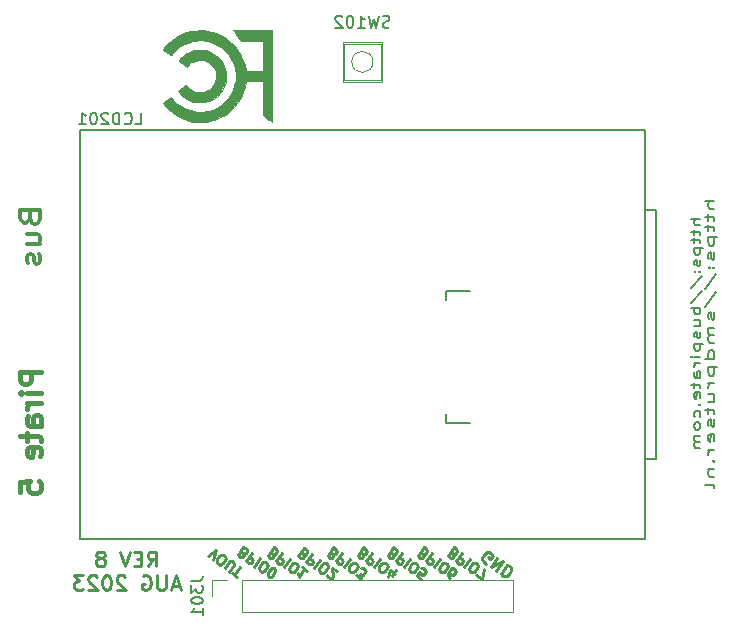
<source format=gbo>
G04 #@! TF.GenerationSoftware,KiCad,Pcbnew,(5.1.10)-1*
G04 #@! TF.CreationDate,2023-09-12T17:10:13+08:00*
G04 #@! TF.ProjectId,BusPirate-5-rev8,42757350-6972-4617-9465-2d352d726576,rev?*
G04 #@! TF.SameCoordinates,Original*
G04 #@! TF.FileFunction,Legend,Bot*
G04 #@! TF.FilePolarity,Positive*
%FSLAX46Y46*%
G04 Gerber Fmt 4.6, Leading zero omitted, Abs format (unit mm)*
G04 Created by KiCad (PCBNEW (5.1.10)-1) date 2023-09-12 17:10:13*
%MOMM*%
%LPD*%
G01*
G04 APERTURE LIST*
%ADD10C,0.400000*%
%ADD11C,0.212500*%
%ADD12C,0.250000*%
%ADD13C,0.187500*%
%ADD14C,0.375000*%
%ADD15C,0.010000*%
%ADD16C,0.120000*%
%ADD17C,0.085000*%
%ADD18C,0.203200*%
%ADD19C,0.150000*%
G04 APERTURE END LIST*
D10*
X102691666Y-93250000D02*
X100941666Y-93250000D01*
X100941666Y-93935714D01*
X101025000Y-94107142D01*
X101108333Y-94192857D01*
X101275000Y-94278571D01*
X101525000Y-94278571D01*
X101691666Y-94192857D01*
X101775000Y-94107142D01*
X101858333Y-93935714D01*
X101858333Y-93250000D01*
X102691666Y-95050000D02*
X101525000Y-95050000D01*
X100941666Y-95050000D02*
X101025000Y-94964285D01*
X101108333Y-95050000D01*
X101025000Y-95135714D01*
X100941666Y-95050000D01*
X101108333Y-95050000D01*
X102691666Y-95907142D02*
X101525000Y-95907142D01*
X101858333Y-95907142D02*
X101691666Y-95992857D01*
X101608333Y-96078571D01*
X101525000Y-96250000D01*
X101525000Y-96421428D01*
X102691666Y-97792857D02*
X101775000Y-97792857D01*
X101608333Y-97707142D01*
X101525000Y-97535714D01*
X101525000Y-97192857D01*
X101608333Y-97021428D01*
X102608333Y-97792857D02*
X102691666Y-97621428D01*
X102691666Y-97192857D01*
X102608333Y-97021428D01*
X102441666Y-96935714D01*
X102275000Y-96935714D01*
X102108333Y-97021428D01*
X102025000Y-97192857D01*
X102025000Y-97621428D01*
X101941666Y-97792857D01*
X101525000Y-98392857D02*
X101525000Y-99078571D01*
X100941666Y-98650000D02*
X102441666Y-98650000D01*
X102608333Y-98735714D01*
X102691666Y-98907142D01*
X102691666Y-99078571D01*
X102608333Y-100364285D02*
X102691666Y-100192857D01*
X102691666Y-99850000D01*
X102608333Y-99678571D01*
X102441666Y-99592857D01*
X101775000Y-99592857D01*
X101608333Y-99678571D01*
X101525000Y-99850000D01*
X101525000Y-100192857D01*
X101608333Y-100364285D01*
X101775000Y-100450000D01*
X101941666Y-100450000D01*
X102108333Y-99592857D01*
X100941666Y-103450000D02*
X100941666Y-102592857D01*
X101775000Y-102507142D01*
X101691666Y-102592857D01*
X101608333Y-102764285D01*
X101608333Y-103192857D01*
X101691666Y-103364285D01*
X101775000Y-103450000D01*
X101941666Y-103535714D01*
X102358333Y-103535714D01*
X102525000Y-103450000D01*
X102608333Y-103364285D01*
X102691666Y-103192857D01*
X102691666Y-102764285D01*
X102608333Y-102592857D01*
X102525000Y-102507142D01*
D11*
X135054710Y-108637167D02*
X135177394Y-108673660D01*
X135233767Y-108663720D01*
X135313355Y-108620623D01*
X135383004Y-108521155D01*
X135396280Y-108431626D01*
X135386340Y-108375254D01*
X135343244Y-108295666D01*
X135077995Y-108109936D01*
X134590455Y-108806215D01*
X134822548Y-108968729D01*
X134912076Y-108982005D01*
X134968449Y-108972065D01*
X135048037Y-108928969D01*
X135094470Y-108862656D01*
X135107746Y-108773128D01*
X135097806Y-108716756D01*
X135054710Y-108637167D01*
X134822617Y-108474654D01*
X135774274Y-108597476D02*
X135286734Y-109293755D01*
X135551983Y-109479485D01*
X135641512Y-109492761D01*
X135697884Y-109482821D01*
X135777473Y-109439725D01*
X135847121Y-109340256D01*
X135860397Y-109250728D01*
X135850458Y-109194356D01*
X135807361Y-109114767D01*
X135542112Y-108929038D01*
X136470553Y-109085016D02*
X135983013Y-109781295D01*
X136447199Y-110106322D02*
X136579824Y-110199187D01*
X136669353Y-110212463D01*
X136782097Y-110192583D01*
X136908118Y-110083175D01*
X137070632Y-109851081D01*
X137130340Y-109695241D01*
X137110460Y-109582496D01*
X137067364Y-109502907D01*
X136934739Y-109410043D01*
X136845211Y-109396766D01*
X136732466Y-109416646D01*
X136606445Y-109526055D01*
X136443932Y-109758148D01*
X136384223Y-109913989D01*
X136404103Y-110026733D01*
X136447199Y-110106322D01*
X137342416Y-110733159D02*
X137209791Y-110640294D01*
X137166695Y-110560706D01*
X137156755Y-110504333D01*
X137160091Y-110358433D01*
X137219800Y-110202592D01*
X137405529Y-109937343D01*
X137485118Y-109894246D01*
X137541490Y-109884306D01*
X137631019Y-109897583D01*
X137763643Y-109990447D01*
X137806739Y-110070036D01*
X137816679Y-110126408D01*
X137803403Y-110215937D01*
X137687322Y-110381718D01*
X137607734Y-110424814D01*
X137551361Y-110434754D01*
X137461833Y-110421477D01*
X137329208Y-110328613D01*
X137286112Y-110249024D01*
X137276172Y-110192652D01*
X137289448Y-110103123D01*
D12*
X111735714Y-109715476D02*
X112152380Y-109120238D01*
X112450000Y-109715476D02*
X112450000Y-108465476D01*
X111973809Y-108465476D01*
X111854761Y-108525000D01*
X111795238Y-108584523D01*
X111735714Y-108703571D01*
X111735714Y-108882142D01*
X111795238Y-109001190D01*
X111854761Y-109060714D01*
X111973809Y-109120238D01*
X112450000Y-109120238D01*
X111200000Y-109060714D02*
X110783333Y-109060714D01*
X110604761Y-109715476D02*
X111200000Y-109715476D01*
X111200000Y-108465476D01*
X110604761Y-108465476D01*
X110247619Y-108465476D02*
X109830952Y-109715476D01*
X109414285Y-108465476D01*
X107866666Y-109001190D02*
X107985714Y-108941666D01*
X108045238Y-108882142D01*
X108104761Y-108763095D01*
X108104761Y-108703571D01*
X108045238Y-108584523D01*
X107985714Y-108525000D01*
X107866666Y-108465476D01*
X107628571Y-108465476D01*
X107509523Y-108525000D01*
X107450000Y-108584523D01*
X107390476Y-108703571D01*
X107390476Y-108763095D01*
X107450000Y-108882142D01*
X107509523Y-108941666D01*
X107628571Y-109001190D01*
X107866666Y-109001190D01*
X107985714Y-109060714D01*
X108045238Y-109120238D01*
X108104761Y-109239285D01*
X108104761Y-109477380D01*
X108045238Y-109596428D01*
X107985714Y-109655952D01*
X107866666Y-109715476D01*
X107628571Y-109715476D01*
X107509523Y-109655952D01*
X107450000Y-109596428D01*
X107390476Y-109477380D01*
X107390476Y-109239285D01*
X107450000Y-109120238D01*
X107509523Y-109060714D01*
X107628571Y-109001190D01*
D11*
X119804710Y-108587167D02*
X119927394Y-108623660D01*
X119983767Y-108613720D01*
X120063355Y-108570623D01*
X120133004Y-108471155D01*
X120146280Y-108381626D01*
X120136340Y-108325254D01*
X120093244Y-108245666D01*
X119827995Y-108059936D01*
X119340455Y-108756215D01*
X119572548Y-108918729D01*
X119662076Y-108932005D01*
X119718449Y-108922065D01*
X119798037Y-108878969D01*
X119844470Y-108812656D01*
X119857746Y-108723128D01*
X119847806Y-108666756D01*
X119804710Y-108587167D01*
X119572617Y-108424654D01*
X120524274Y-108547476D02*
X120036734Y-109243755D01*
X120301983Y-109429485D01*
X120391512Y-109442761D01*
X120447884Y-109432821D01*
X120527473Y-109389725D01*
X120597121Y-109290256D01*
X120610397Y-109200728D01*
X120600458Y-109144356D01*
X120557361Y-109064767D01*
X120292112Y-108879038D01*
X121220553Y-109035016D02*
X120733013Y-109731295D01*
X121197199Y-110056322D02*
X121329824Y-110149187D01*
X121419353Y-110162463D01*
X121532097Y-110142583D01*
X121658118Y-110033175D01*
X121820632Y-109801081D01*
X121880340Y-109645241D01*
X121860460Y-109532496D01*
X121817364Y-109452907D01*
X121684739Y-109360043D01*
X121595211Y-109346766D01*
X121482466Y-109366646D01*
X121356445Y-109476055D01*
X121193932Y-109708148D01*
X121134223Y-109863989D01*
X121154103Y-109976733D01*
X121197199Y-110056322D01*
X121926635Y-110567078D02*
X121992947Y-110613510D01*
X122082476Y-110626787D01*
X122138848Y-110616847D01*
X122218437Y-110573751D01*
X122344457Y-110464342D01*
X122460538Y-110298561D01*
X122520247Y-110142721D01*
X122533523Y-110053192D01*
X122523583Y-109996820D01*
X122480487Y-109917231D01*
X122414175Y-109870799D01*
X122324646Y-109857523D01*
X122268274Y-109867463D01*
X122188685Y-109910559D01*
X122062665Y-110019967D01*
X121946584Y-110185748D01*
X121886875Y-110341589D01*
X121873599Y-110431117D01*
X121883539Y-110487490D01*
X121926635Y-110567078D01*
X122354710Y-108637167D02*
X122477394Y-108673660D01*
X122533767Y-108663720D01*
X122613355Y-108620623D01*
X122683004Y-108521155D01*
X122696280Y-108431626D01*
X122686340Y-108375254D01*
X122643244Y-108295666D01*
X122377995Y-108109936D01*
X121890455Y-108806215D01*
X122122548Y-108968729D01*
X122212076Y-108982005D01*
X122268449Y-108972065D01*
X122348037Y-108928969D01*
X122394470Y-108862656D01*
X122407746Y-108773128D01*
X122397806Y-108716756D01*
X122354710Y-108637167D01*
X122122617Y-108474654D01*
X123074274Y-108597476D02*
X122586734Y-109293755D01*
X122851983Y-109479485D01*
X122941512Y-109492761D01*
X122997884Y-109482821D01*
X123077473Y-109439725D01*
X123147121Y-109340256D01*
X123160397Y-109250728D01*
X123150458Y-109194356D01*
X123107361Y-109114767D01*
X122842112Y-108929038D01*
X123770553Y-109085016D02*
X123283013Y-109781295D01*
X123747199Y-110106322D02*
X123879824Y-110199187D01*
X123969353Y-110212463D01*
X124082097Y-110192583D01*
X124208118Y-110083175D01*
X124370632Y-109851081D01*
X124430340Y-109695241D01*
X124410460Y-109582496D01*
X124367364Y-109502907D01*
X124234739Y-109410043D01*
X124145211Y-109396766D01*
X124032466Y-109416646D01*
X123906445Y-109526055D01*
X123743932Y-109758148D01*
X123684223Y-109913989D01*
X123704103Y-110026733D01*
X123747199Y-110106322D01*
X125196268Y-110083312D02*
X124798394Y-109804718D01*
X124997331Y-109944015D02*
X124509791Y-110640294D01*
X124513127Y-110494393D01*
X124493247Y-110381649D01*
X124450151Y-110302060D01*
X124904710Y-108687167D02*
X125027394Y-108723660D01*
X125083767Y-108713720D01*
X125163355Y-108670623D01*
X125233004Y-108571155D01*
X125246280Y-108481626D01*
X125236340Y-108425254D01*
X125193244Y-108345666D01*
X124927995Y-108159936D01*
X124440455Y-108856215D01*
X124672548Y-109018729D01*
X124762076Y-109032005D01*
X124818449Y-109022065D01*
X124898037Y-108978969D01*
X124944470Y-108912656D01*
X124957746Y-108823128D01*
X124947806Y-108766756D01*
X124904710Y-108687167D01*
X124672617Y-108524654D01*
X125624274Y-108647476D02*
X125136734Y-109343755D01*
X125401983Y-109529485D01*
X125491512Y-109542761D01*
X125547884Y-109532821D01*
X125627473Y-109489725D01*
X125697121Y-109390256D01*
X125710397Y-109300728D01*
X125700458Y-109244356D01*
X125657361Y-109164767D01*
X125392112Y-108979038D01*
X126320553Y-109135016D02*
X125833013Y-109831295D01*
X126297199Y-110156322D02*
X126429824Y-110249187D01*
X126519353Y-110262463D01*
X126632097Y-110242583D01*
X126758118Y-110133175D01*
X126920632Y-109901081D01*
X126980340Y-109745241D01*
X126960460Y-109632496D01*
X126917364Y-109552907D01*
X126784739Y-109460043D01*
X126695211Y-109446766D01*
X126582466Y-109466646D01*
X126456445Y-109576055D01*
X126293932Y-109808148D01*
X126234223Y-109963989D01*
X126254103Y-110076733D01*
X126297199Y-110156322D01*
X126907286Y-110484685D02*
X126917226Y-110541057D01*
X126960323Y-110620646D01*
X127126103Y-110736727D01*
X127215632Y-110750003D01*
X127272004Y-110740063D01*
X127351593Y-110696967D01*
X127398025Y-110630654D01*
X127434518Y-110507970D01*
X127315238Y-109831502D01*
X127746268Y-110133312D01*
X127414710Y-108637167D02*
X127537394Y-108673660D01*
X127593767Y-108663720D01*
X127673355Y-108620623D01*
X127743004Y-108521155D01*
X127756280Y-108431626D01*
X127746340Y-108375254D01*
X127703244Y-108295666D01*
X127437995Y-108109936D01*
X126950455Y-108806215D01*
X127182548Y-108968729D01*
X127272076Y-108982005D01*
X127328449Y-108972065D01*
X127408037Y-108928969D01*
X127454470Y-108862656D01*
X127467746Y-108773128D01*
X127457806Y-108716756D01*
X127414710Y-108637167D01*
X127182617Y-108474654D01*
X128134274Y-108597476D02*
X127646734Y-109293755D01*
X127911983Y-109479485D01*
X128001512Y-109492761D01*
X128057884Y-109482821D01*
X128137473Y-109439725D01*
X128207121Y-109340256D01*
X128220397Y-109250728D01*
X128210458Y-109194356D01*
X128167361Y-109114767D01*
X127902112Y-108929038D01*
X128830553Y-109085016D02*
X128343013Y-109781295D01*
X128807199Y-110106322D02*
X128939824Y-110199187D01*
X129029353Y-110212463D01*
X129142097Y-110192583D01*
X129268118Y-110083175D01*
X129430632Y-109851081D01*
X129490340Y-109695241D01*
X129470460Y-109582496D01*
X129427364Y-109502907D01*
X129294739Y-109410043D01*
X129205211Y-109396766D01*
X129092466Y-109416646D01*
X128966445Y-109526055D01*
X128803932Y-109758148D01*
X128744223Y-109913989D01*
X128764103Y-110026733D01*
X128807199Y-110106322D01*
X129337698Y-110477781D02*
X129768728Y-110779591D01*
X129722364Y-110351829D01*
X129821833Y-110421477D01*
X129911361Y-110434754D01*
X129967734Y-110424814D01*
X130047322Y-110381718D01*
X130163403Y-110215937D01*
X130176679Y-110126408D01*
X130166739Y-110070036D01*
X130123643Y-109990447D01*
X129924706Y-109851150D01*
X129835178Y-109837874D01*
X129778806Y-109847814D01*
X129954710Y-108637167D02*
X130077394Y-108673660D01*
X130133767Y-108663720D01*
X130213355Y-108620623D01*
X130283004Y-108521155D01*
X130296280Y-108431626D01*
X130286340Y-108375254D01*
X130243244Y-108295666D01*
X129977995Y-108109936D01*
X129490455Y-108806215D01*
X129722548Y-108968729D01*
X129812076Y-108982005D01*
X129868449Y-108972065D01*
X129948037Y-108928969D01*
X129994470Y-108862656D01*
X130007746Y-108773128D01*
X129997806Y-108716756D01*
X129954710Y-108637167D01*
X129722617Y-108474654D01*
X130674274Y-108597476D02*
X130186734Y-109293755D01*
X130451983Y-109479485D01*
X130541512Y-109492761D01*
X130597884Y-109482821D01*
X130677473Y-109439725D01*
X130747121Y-109340256D01*
X130760397Y-109250728D01*
X130750458Y-109194356D01*
X130707361Y-109114767D01*
X130442112Y-108929038D01*
X131370553Y-109085016D02*
X130883013Y-109781295D01*
X131347199Y-110106322D02*
X131479824Y-110199187D01*
X131569353Y-110212463D01*
X131682097Y-110192583D01*
X131808118Y-110083175D01*
X131970632Y-109851081D01*
X132030340Y-109695241D01*
X132010460Y-109582496D01*
X131967364Y-109502907D01*
X131834739Y-109410043D01*
X131745211Y-109396766D01*
X131632466Y-109416646D01*
X131506445Y-109526055D01*
X131343932Y-109758148D01*
X131284223Y-109913989D01*
X131304103Y-110026733D01*
X131347199Y-110106322D01*
X132404929Y-110501066D02*
X132729956Y-110036880D01*
X132053419Y-110650234D02*
X132235881Y-110036811D01*
X132666911Y-110338621D01*
X132504710Y-108637167D02*
X132627394Y-108673660D01*
X132683767Y-108663720D01*
X132763355Y-108620623D01*
X132833004Y-108521155D01*
X132846280Y-108431626D01*
X132836340Y-108375254D01*
X132793244Y-108295666D01*
X132527995Y-108109936D01*
X132040455Y-108806215D01*
X132272548Y-108968729D01*
X132362076Y-108982005D01*
X132418449Y-108972065D01*
X132498037Y-108928969D01*
X132544470Y-108862656D01*
X132557746Y-108773128D01*
X132547806Y-108716756D01*
X132504710Y-108637167D01*
X132272617Y-108474654D01*
X133224274Y-108597476D02*
X132736734Y-109293755D01*
X133001983Y-109479485D01*
X133091512Y-109492761D01*
X133147884Y-109482821D01*
X133227473Y-109439725D01*
X133297121Y-109340256D01*
X133310397Y-109250728D01*
X133300458Y-109194356D01*
X133257361Y-109114767D01*
X132992112Y-108929038D01*
X133920553Y-109085016D02*
X133433013Y-109781295D01*
X133897199Y-110106322D02*
X134029824Y-110199187D01*
X134119353Y-110212463D01*
X134232097Y-110192583D01*
X134358118Y-110083175D01*
X134520632Y-109851081D01*
X134580340Y-109695241D01*
X134560460Y-109582496D01*
X134517364Y-109502907D01*
X134384739Y-109410043D01*
X134295211Y-109396766D01*
X134182466Y-109416646D01*
X134056445Y-109526055D01*
X133893932Y-109758148D01*
X133834223Y-109913989D01*
X133854103Y-110026733D01*
X133897199Y-110106322D01*
X134825572Y-110756375D02*
X134494010Y-110524213D01*
X134693016Y-110169436D01*
X134702956Y-110225808D01*
X134746052Y-110305396D01*
X134911833Y-110421477D01*
X135001361Y-110434754D01*
X135057734Y-110424814D01*
X135137322Y-110381718D01*
X135253403Y-110215937D01*
X135266679Y-110126408D01*
X135256739Y-110070036D01*
X135213643Y-109990447D01*
X135047863Y-109874366D01*
X134958334Y-109861090D01*
X134901962Y-109871030D01*
X137604710Y-108637167D02*
X137727394Y-108673660D01*
X137783767Y-108663720D01*
X137863355Y-108620623D01*
X137933004Y-108521155D01*
X137946280Y-108431626D01*
X137936340Y-108375254D01*
X137893244Y-108295666D01*
X137627995Y-108109936D01*
X137140455Y-108806215D01*
X137372548Y-108968729D01*
X137462076Y-108982005D01*
X137518449Y-108972065D01*
X137598037Y-108928969D01*
X137644470Y-108862656D01*
X137657746Y-108773128D01*
X137647806Y-108716756D01*
X137604710Y-108637167D01*
X137372617Y-108474654D01*
X138324274Y-108597476D02*
X137836734Y-109293755D01*
X138101983Y-109479485D01*
X138191512Y-109492761D01*
X138247884Y-109482821D01*
X138327473Y-109439725D01*
X138397121Y-109340256D01*
X138410397Y-109250728D01*
X138400458Y-109194356D01*
X138357361Y-109114767D01*
X138092112Y-108929038D01*
X139020553Y-109085016D02*
X138533013Y-109781295D01*
X138997199Y-110106322D02*
X139129824Y-110199187D01*
X139219353Y-110212463D01*
X139332097Y-110192583D01*
X139458118Y-110083175D01*
X139620632Y-109851081D01*
X139680340Y-109695241D01*
X139660460Y-109582496D01*
X139617364Y-109502907D01*
X139484739Y-109410043D01*
X139395211Y-109396766D01*
X139282466Y-109416646D01*
X139156445Y-109526055D01*
X138993932Y-109758148D01*
X138934223Y-109913989D01*
X138954103Y-110026733D01*
X138997199Y-110106322D01*
X139527698Y-110477781D02*
X139991884Y-110802808D01*
X140181019Y-109897583D01*
X116806236Y-108872296D02*
X117525869Y-108338530D01*
X117270422Y-109197323D01*
X117635139Y-109452701D02*
X117767764Y-109545566D01*
X117857293Y-109558842D01*
X117970037Y-109538962D01*
X118096058Y-109429554D01*
X118258572Y-109197461D01*
X118318280Y-109041620D01*
X118298400Y-108928875D01*
X118255304Y-108849287D01*
X118122679Y-108756422D01*
X118033151Y-108743146D01*
X117920406Y-108763025D01*
X117794385Y-108872434D01*
X117631872Y-109104527D01*
X117572163Y-109260368D01*
X117592043Y-109373112D01*
X117635139Y-109452701D01*
X118231950Y-109870592D02*
X118626625Y-109306938D01*
X118706214Y-109263842D01*
X118762586Y-109253902D01*
X118852115Y-109267178D01*
X118984739Y-109360043D01*
X119027836Y-109439631D01*
X119037776Y-109496004D01*
X119024499Y-109585532D01*
X118629824Y-110149187D01*
X118861917Y-110311700D02*
X119259791Y-110590294D01*
X119548394Y-109754718D02*
X119060854Y-110450997D01*
D12*
X140389095Y-109472565D02*
X140283768Y-109456946D01*
X140166746Y-109375006D01*
X140077038Y-109254060D01*
X140053649Y-109121419D01*
X140069268Y-109016091D01*
X140139514Y-108832749D01*
X140221453Y-108715727D01*
X140369713Y-108587012D01*
X140463347Y-108536310D01*
X140595988Y-108512922D01*
X140740323Y-108555854D01*
X140818337Y-108610481D01*
X140908046Y-108731427D01*
X140919740Y-108797748D01*
X140728547Y-109070798D01*
X140572519Y-108961546D01*
X141325431Y-108965552D02*
X140751855Y-109784704D01*
X141793518Y-109293310D01*
X141219942Y-110112462D01*
X142183590Y-109566441D02*
X141610014Y-110385593D01*
X141805050Y-110522159D01*
X141949385Y-110565091D01*
X142082026Y-110541703D01*
X142175659Y-110491002D01*
X142323919Y-110362286D01*
X142405859Y-110245264D01*
X142476104Y-110061922D01*
X142491723Y-109956595D01*
X142468335Y-109823954D01*
X142378627Y-109703007D01*
X142183590Y-109566441D01*
X114384523Y-111358333D02*
X113789285Y-111358333D01*
X114503571Y-111715476D02*
X114086904Y-110465476D01*
X113670238Y-111715476D01*
X113253571Y-110465476D02*
X113253571Y-111477380D01*
X113194047Y-111596428D01*
X113134523Y-111655952D01*
X113015476Y-111715476D01*
X112777380Y-111715476D01*
X112658333Y-111655952D01*
X112598809Y-111596428D01*
X112539285Y-111477380D01*
X112539285Y-110465476D01*
X111289285Y-110525000D02*
X111408333Y-110465476D01*
X111586904Y-110465476D01*
X111765476Y-110525000D01*
X111884523Y-110644047D01*
X111944047Y-110763095D01*
X112003571Y-111001190D01*
X112003571Y-111179761D01*
X111944047Y-111417857D01*
X111884523Y-111536904D01*
X111765476Y-111655952D01*
X111586904Y-111715476D01*
X111467857Y-111715476D01*
X111289285Y-111655952D01*
X111229761Y-111596428D01*
X111229761Y-111179761D01*
X111467857Y-111179761D01*
X109801190Y-110584523D02*
X109741666Y-110525000D01*
X109622619Y-110465476D01*
X109325000Y-110465476D01*
X109205952Y-110525000D01*
X109146428Y-110584523D01*
X109086904Y-110703571D01*
X109086904Y-110822619D01*
X109146428Y-111001190D01*
X109860714Y-111715476D01*
X109086904Y-111715476D01*
X108313095Y-110465476D02*
X108194047Y-110465476D01*
X108075000Y-110525000D01*
X108015476Y-110584523D01*
X107955952Y-110703571D01*
X107896428Y-110941666D01*
X107896428Y-111239285D01*
X107955952Y-111477380D01*
X108015476Y-111596428D01*
X108075000Y-111655952D01*
X108194047Y-111715476D01*
X108313095Y-111715476D01*
X108432142Y-111655952D01*
X108491666Y-111596428D01*
X108551190Y-111477380D01*
X108610714Y-111239285D01*
X108610714Y-110941666D01*
X108551190Y-110703571D01*
X108491666Y-110584523D01*
X108432142Y-110525000D01*
X108313095Y-110465476D01*
X107420238Y-110584523D02*
X107360714Y-110525000D01*
X107241666Y-110465476D01*
X106944047Y-110465476D01*
X106825000Y-110525000D01*
X106765476Y-110584523D01*
X106705952Y-110703571D01*
X106705952Y-110822619D01*
X106765476Y-111001190D01*
X107479761Y-111715476D01*
X106705952Y-111715476D01*
X106289285Y-110465476D02*
X105515476Y-110465476D01*
X105932142Y-110941666D01*
X105753571Y-110941666D01*
X105634523Y-111001190D01*
X105575000Y-111060714D01*
X105515476Y-111179761D01*
X105515476Y-111477380D01*
X105575000Y-111596428D01*
X105634523Y-111655952D01*
X105753571Y-111715476D01*
X106110714Y-111715476D01*
X106229761Y-111655952D01*
X106289285Y-111596428D01*
D13*
X159689285Y-78778571D02*
X158939285Y-78778571D01*
X159689285Y-79421428D02*
X159296428Y-79421428D01*
X159225000Y-79350000D01*
X159189285Y-79207142D01*
X159189285Y-78992857D01*
X159225000Y-78850000D01*
X159260714Y-78778571D01*
X159189285Y-79921428D02*
X159189285Y-80492857D01*
X158939285Y-80135714D02*
X159582142Y-80135714D01*
X159653571Y-80207142D01*
X159689285Y-80350000D01*
X159689285Y-80492857D01*
X159189285Y-80778571D02*
X159189285Y-81350000D01*
X158939285Y-80992857D02*
X159582142Y-80992857D01*
X159653571Y-81064285D01*
X159689285Y-81207142D01*
X159689285Y-81350000D01*
X159189285Y-81850000D02*
X159939285Y-81850000D01*
X159225000Y-81850000D02*
X159189285Y-81992857D01*
X159189285Y-82278571D01*
X159225000Y-82421428D01*
X159260714Y-82492857D01*
X159332142Y-82564285D01*
X159546428Y-82564285D01*
X159617857Y-82492857D01*
X159653571Y-82421428D01*
X159689285Y-82278571D01*
X159689285Y-81992857D01*
X159653571Y-81850000D01*
X159653571Y-83135714D02*
X159689285Y-83278571D01*
X159689285Y-83564285D01*
X159653571Y-83707142D01*
X159582142Y-83778571D01*
X159546428Y-83778571D01*
X159475000Y-83707142D01*
X159439285Y-83564285D01*
X159439285Y-83350000D01*
X159403571Y-83207142D01*
X159332142Y-83135714D01*
X159296428Y-83135714D01*
X159225000Y-83207142D01*
X159189285Y-83350000D01*
X159189285Y-83564285D01*
X159225000Y-83707142D01*
X159617857Y-84421428D02*
X159653571Y-84492857D01*
X159689285Y-84421428D01*
X159653571Y-84350000D01*
X159617857Y-84421428D01*
X159689285Y-84421428D01*
X159225000Y-84421428D02*
X159260714Y-84492857D01*
X159296428Y-84421428D01*
X159260714Y-84350000D01*
X159225000Y-84421428D01*
X159296428Y-84421428D01*
X158903571Y-86207142D02*
X159867857Y-84921428D01*
X158903571Y-87778571D02*
X159867857Y-86492857D01*
X159653571Y-88207142D02*
X159689285Y-88350000D01*
X159689285Y-88635714D01*
X159653571Y-88778571D01*
X159582142Y-88850000D01*
X159546428Y-88850000D01*
X159475000Y-88778571D01*
X159439285Y-88635714D01*
X159439285Y-88421428D01*
X159403571Y-88278571D01*
X159332142Y-88207142D01*
X159296428Y-88207142D01*
X159225000Y-88278571D01*
X159189285Y-88421428D01*
X159189285Y-88635714D01*
X159225000Y-88778571D01*
X159689285Y-89492857D02*
X159189285Y-89492857D01*
X159260714Y-89492857D02*
X159225000Y-89564285D01*
X159189285Y-89707142D01*
X159189285Y-89921428D01*
X159225000Y-90064285D01*
X159296428Y-90135714D01*
X159689285Y-90135714D01*
X159296428Y-90135714D02*
X159225000Y-90207142D01*
X159189285Y-90350000D01*
X159189285Y-90564285D01*
X159225000Y-90707142D01*
X159296428Y-90778571D01*
X159689285Y-90778571D01*
X159689285Y-92135714D02*
X158939285Y-92135714D01*
X159653571Y-92135714D02*
X159689285Y-91992857D01*
X159689285Y-91707142D01*
X159653571Y-91564285D01*
X159617857Y-91492857D01*
X159546428Y-91421428D01*
X159332142Y-91421428D01*
X159260714Y-91492857D01*
X159225000Y-91564285D01*
X159189285Y-91707142D01*
X159189285Y-91992857D01*
X159225000Y-92135714D01*
X159189285Y-92850000D02*
X159939285Y-92850000D01*
X159225000Y-92850000D02*
X159189285Y-92992857D01*
X159189285Y-93278571D01*
X159225000Y-93421428D01*
X159260714Y-93492857D01*
X159332142Y-93564285D01*
X159546428Y-93564285D01*
X159617857Y-93492857D01*
X159653571Y-93421428D01*
X159689285Y-93278571D01*
X159689285Y-92992857D01*
X159653571Y-92850000D01*
X159689285Y-94207142D02*
X159189285Y-94207142D01*
X159332142Y-94207142D02*
X159260714Y-94278571D01*
X159225000Y-94350000D01*
X159189285Y-94492857D01*
X159189285Y-94635714D01*
X159189285Y-95778571D02*
X159689285Y-95778571D01*
X159189285Y-95135714D02*
X159582142Y-95135714D01*
X159653571Y-95207142D01*
X159689285Y-95350000D01*
X159689285Y-95564285D01*
X159653571Y-95707142D01*
X159617857Y-95778571D01*
X159189285Y-96278571D02*
X159189285Y-96850000D01*
X158939285Y-96492857D02*
X159582142Y-96492857D01*
X159653571Y-96564285D01*
X159689285Y-96707142D01*
X159689285Y-96850000D01*
X159653571Y-97278571D02*
X159689285Y-97421428D01*
X159689285Y-97707142D01*
X159653571Y-97850000D01*
X159582142Y-97921428D01*
X159546428Y-97921428D01*
X159475000Y-97850000D01*
X159439285Y-97707142D01*
X159439285Y-97492857D01*
X159403571Y-97350000D01*
X159332142Y-97278571D01*
X159296428Y-97278571D01*
X159225000Y-97350000D01*
X159189285Y-97492857D01*
X159189285Y-97707142D01*
X159225000Y-97850000D01*
X159653571Y-99135714D02*
X159689285Y-98992857D01*
X159689285Y-98707142D01*
X159653571Y-98564285D01*
X159582142Y-98492857D01*
X159296428Y-98492857D01*
X159225000Y-98564285D01*
X159189285Y-98707142D01*
X159189285Y-98992857D01*
X159225000Y-99135714D01*
X159296428Y-99207142D01*
X159367857Y-99207142D01*
X159439285Y-98492857D01*
X159689285Y-99850000D02*
X159189285Y-99850000D01*
X159332142Y-99850000D02*
X159260714Y-99921428D01*
X159225000Y-99992857D01*
X159189285Y-100135714D01*
X159189285Y-100278571D01*
X159617857Y-100778571D02*
X159653571Y-100850000D01*
X159689285Y-100778571D01*
X159653571Y-100707142D01*
X159617857Y-100778571D01*
X159689285Y-100778571D01*
X159189285Y-101492857D02*
X159689285Y-101492857D01*
X159260714Y-101492857D02*
X159225000Y-101564285D01*
X159189285Y-101707142D01*
X159189285Y-101921428D01*
X159225000Y-102064285D01*
X159296428Y-102135714D01*
X159689285Y-102135714D01*
X159689285Y-103064285D02*
X159653571Y-102921428D01*
X159582142Y-102850000D01*
X158939285Y-102850000D01*
X158489285Y-80335238D02*
X157739285Y-80335238D01*
X158489285Y-80840952D02*
X158096428Y-80840952D01*
X158025000Y-80784761D01*
X157989285Y-80672380D01*
X157989285Y-80503809D01*
X158025000Y-80391428D01*
X158060714Y-80335238D01*
X157989285Y-81234285D02*
X157989285Y-81683809D01*
X157739285Y-81402857D02*
X158382142Y-81402857D01*
X158453571Y-81459047D01*
X158489285Y-81571428D01*
X158489285Y-81683809D01*
X157989285Y-81908571D02*
X157989285Y-82358095D01*
X157739285Y-82077142D02*
X158382142Y-82077142D01*
X158453571Y-82133333D01*
X158489285Y-82245714D01*
X158489285Y-82358095D01*
X157989285Y-82751428D02*
X158739285Y-82751428D01*
X158025000Y-82751428D02*
X157989285Y-82863809D01*
X157989285Y-83088571D01*
X158025000Y-83200952D01*
X158060714Y-83257142D01*
X158132142Y-83313333D01*
X158346428Y-83313333D01*
X158417857Y-83257142D01*
X158453571Y-83200952D01*
X158489285Y-83088571D01*
X158489285Y-82863809D01*
X158453571Y-82751428D01*
X158453571Y-83762857D02*
X158489285Y-83875238D01*
X158489285Y-84100000D01*
X158453571Y-84212380D01*
X158382142Y-84268571D01*
X158346428Y-84268571D01*
X158275000Y-84212380D01*
X158239285Y-84100000D01*
X158239285Y-83931428D01*
X158203571Y-83819047D01*
X158132142Y-83762857D01*
X158096428Y-83762857D01*
X158025000Y-83819047D01*
X157989285Y-83931428D01*
X157989285Y-84100000D01*
X158025000Y-84212380D01*
X158417857Y-84774285D02*
X158453571Y-84830476D01*
X158489285Y-84774285D01*
X158453571Y-84718095D01*
X158417857Y-84774285D01*
X158489285Y-84774285D01*
X158025000Y-84774285D02*
X158060714Y-84830476D01*
X158096428Y-84774285D01*
X158060714Y-84718095D01*
X158025000Y-84774285D01*
X158096428Y-84774285D01*
X157703571Y-86179047D02*
X158667857Y-85167619D01*
X157703571Y-87415238D02*
X158667857Y-86403809D01*
X158489285Y-87808571D02*
X157739285Y-87808571D01*
X158025000Y-87808571D02*
X157989285Y-87920952D01*
X157989285Y-88145714D01*
X158025000Y-88258095D01*
X158060714Y-88314285D01*
X158132142Y-88370476D01*
X158346428Y-88370476D01*
X158417857Y-88314285D01*
X158453571Y-88258095D01*
X158489285Y-88145714D01*
X158489285Y-87920952D01*
X158453571Y-87808571D01*
X157989285Y-89381904D02*
X158489285Y-89381904D01*
X157989285Y-88876190D02*
X158382142Y-88876190D01*
X158453571Y-88932380D01*
X158489285Y-89044761D01*
X158489285Y-89213333D01*
X158453571Y-89325714D01*
X158417857Y-89381904D01*
X158453571Y-89887619D02*
X158489285Y-90000000D01*
X158489285Y-90224761D01*
X158453571Y-90337142D01*
X158382142Y-90393333D01*
X158346428Y-90393333D01*
X158275000Y-90337142D01*
X158239285Y-90224761D01*
X158239285Y-90056190D01*
X158203571Y-89943809D01*
X158132142Y-89887619D01*
X158096428Y-89887619D01*
X158025000Y-89943809D01*
X157989285Y-90056190D01*
X157989285Y-90224761D01*
X158025000Y-90337142D01*
X157989285Y-90899047D02*
X158739285Y-90899047D01*
X158025000Y-90899047D02*
X157989285Y-91011428D01*
X157989285Y-91236190D01*
X158025000Y-91348571D01*
X158060714Y-91404761D01*
X158132142Y-91460952D01*
X158346428Y-91460952D01*
X158417857Y-91404761D01*
X158453571Y-91348571D01*
X158489285Y-91236190D01*
X158489285Y-91011428D01*
X158453571Y-90899047D01*
X158489285Y-91966666D02*
X157989285Y-91966666D01*
X157739285Y-91966666D02*
X157775000Y-91910476D01*
X157810714Y-91966666D01*
X157775000Y-92022857D01*
X157739285Y-91966666D01*
X157810714Y-91966666D01*
X158489285Y-92528571D02*
X157989285Y-92528571D01*
X158132142Y-92528571D02*
X158060714Y-92584761D01*
X158025000Y-92640952D01*
X157989285Y-92753333D01*
X157989285Y-92865714D01*
X158489285Y-93764761D02*
X158096428Y-93764761D01*
X158025000Y-93708571D01*
X157989285Y-93596190D01*
X157989285Y-93371428D01*
X158025000Y-93259047D01*
X158453571Y-93764761D02*
X158489285Y-93652380D01*
X158489285Y-93371428D01*
X158453571Y-93259047D01*
X158382142Y-93202857D01*
X158310714Y-93202857D01*
X158239285Y-93259047D01*
X158203571Y-93371428D01*
X158203571Y-93652380D01*
X158167857Y-93764761D01*
X157989285Y-94158095D02*
X157989285Y-94607619D01*
X157739285Y-94326666D02*
X158382142Y-94326666D01*
X158453571Y-94382857D01*
X158489285Y-94495238D01*
X158489285Y-94607619D01*
X158453571Y-95450476D02*
X158489285Y-95338095D01*
X158489285Y-95113333D01*
X158453571Y-95000952D01*
X158382142Y-94944761D01*
X158096428Y-94944761D01*
X158025000Y-95000952D01*
X157989285Y-95113333D01*
X157989285Y-95338095D01*
X158025000Y-95450476D01*
X158096428Y-95506666D01*
X158167857Y-95506666D01*
X158239285Y-94944761D01*
X158417857Y-96012380D02*
X158453571Y-96068571D01*
X158489285Y-96012380D01*
X158453571Y-95956190D01*
X158417857Y-96012380D01*
X158489285Y-96012380D01*
X158453571Y-97080000D02*
X158489285Y-96967619D01*
X158489285Y-96742857D01*
X158453571Y-96630476D01*
X158417857Y-96574285D01*
X158346428Y-96518095D01*
X158132142Y-96518095D01*
X158060714Y-96574285D01*
X158025000Y-96630476D01*
X157989285Y-96742857D01*
X157989285Y-96967619D01*
X158025000Y-97080000D01*
X158489285Y-97754285D02*
X158453571Y-97641904D01*
X158417857Y-97585714D01*
X158346428Y-97529523D01*
X158132142Y-97529523D01*
X158060714Y-97585714D01*
X158025000Y-97641904D01*
X157989285Y-97754285D01*
X157989285Y-97922857D01*
X158025000Y-98035238D01*
X158060714Y-98091428D01*
X158132142Y-98147619D01*
X158346428Y-98147619D01*
X158417857Y-98091428D01*
X158453571Y-98035238D01*
X158489285Y-97922857D01*
X158489285Y-97754285D01*
X158489285Y-98653333D02*
X157989285Y-98653333D01*
X158060714Y-98653333D02*
X158025000Y-98709523D01*
X157989285Y-98821904D01*
X157989285Y-98990476D01*
X158025000Y-99102857D01*
X158096428Y-99159047D01*
X158489285Y-99159047D01*
X158096428Y-99159047D02*
X158025000Y-99215238D01*
X157989285Y-99327619D01*
X157989285Y-99496190D01*
X158025000Y-99608571D01*
X158096428Y-99664761D01*
X158489285Y-99664761D01*
D14*
X101725000Y-80228571D02*
X101808333Y-80514285D01*
X101891666Y-80609523D01*
X102058333Y-80704761D01*
X102308333Y-80704761D01*
X102475000Y-80609523D01*
X102558333Y-80514285D01*
X102641666Y-80323809D01*
X102641666Y-79561904D01*
X100891666Y-79561904D01*
X100891666Y-80228571D01*
X100975000Y-80419047D01*
X101058333Y-80514285D01*
X101225000Y-80609523D01*
X101391666Y-80609523D01*
X101558333Y-80514285D01*
X101641666Y-80419047D01*
X101725000Y-80228571D01*
X101725000Y-79561904D01*
X101475000Y-82419047D02*
X102641666Y-82419047D01*
X101475000Y-81561904D02*
X102391666Y-81561904D01*
X102558333Y-81657142D01*
X102641666Y-81847619D01*
X102641666Y-82133333D01*
X102558333Y-82323809D01*
X102475000Y-82419047D01*
X102558333Y-83276190D02*
X102641666Y-83466666D01*
X102641666Y-83847619D01*
X102558333Y-84038095D01*
X102391666Y-84133333D01*
X102308333Y-84133333D01*
X102141666Y-84038095D01*
X102058333Y-83847619D01*
X102058333Y-83561904D01*
X101975000Y-83371428D01*
X101808333Y-83276190D01*
X101725000Y-83276190D01*
X101558333Y-83371428D01*
X101475000Y-83561904D01*
X101475000Y-83847619D01*
X101558333Y-84038095D01*
D15*
G36*
X120364539Y-64326622D02*
G01*
X120117787Y-64326975D01*
X119886880Y-64327541D01*
X119675038Y-64328301D01*
X119485479Y-64329235D01*
X119321423Y-64330324D01*
X119186088Y-64331549D01*
X119082693Y-64332892D01*
X119014457Y-64334333D01*
X118984600Y-64335852D01*
X118983500Y-64336209D01*
X118995363Y-64355288D01*
X119028787Y-64404061D01*
X119080524Y-64477918D01*
X119147327Y-64572250D01*
X119225948Y-64682448D01*
X119307871Y-64796584D01*
X119632242Y-65247250D01*
X120556704Y-65252764D01*
X121481167Y-65258278D01*
X121481167Y-67776666D01*
X120023261Y-67776666D01*
X120009236Y-67676125D01*
X119933636Y-67284412D01*
X119818947Y-66905282D01*
X119667168Y-66541448D01*
X119480294Y-66195624D01*
X119260324Y-65870524D01*
X119009252Y-65568863D01*
X118729077Y-65293355D01*
X118421794Y-65046713D01*
X118089401Y-64831652D01*
X117808750Y-64685106D01*
X117470983Y-64543975D01*
X117132875Y-64439482D01*
X116786424Y-64369874D01*
X116423623Y-64333399D01*
X116171050Y-64326624D01*
X115755225Y-64346076D01*
X115355352Y-64404637D01*
X114971799Y-64502160D01*
X114604934Y-64638499D01*
X114255124Y-64813507D01*
X113922739Y-65027036D01*
X113608146Y-65278939D01*
X113472505Y-65404754D01*
X113383916Y-65493333D01*
X113294774Y-65587234D01*
X113210050Y-65680686D01*
X113134713Y-65767915D01*
X113073732Y-65843150D01*
X113032076Y-65900618D01*
X113014715Y-65934547D01*
X113014500Y-65936768D01*
X113030654Y-65954769D01*
X113074885Y-65992642D01*
X113140846Y-66045618D01*
X113222190Y-66108930D01*
X113312571Y-66177808D01*
X113405643Y-66247485D01*
X113495058Y-66313192D01*
X113574470Y-66370160D01*
X113637533Y-66413622D01*
X113677899Y-66438809D01*
X113688511Y-66443166D01*
X113713233Y-66427249D01*
X113741060Y-66392910D01*
X113800455Y-66312916D01*
X113883041Y-66215965D01*
X113979412Y-66112110D01*
X114080160Y-66011402D01*
X114175879Y-65923895D01*
X114195628Y-65907163D01*
X114489064Y-65687808D01*
X114796011Y-65507938D01*
X115119881Y-65365924D01*
X115464084Y-65260140D01*
X115629351Y-65223362D01*
X115785797Y-65200878D01*
X115970023Y-65187976D01*
X116168600Y-65184538D01*
X116368101Y-65190451D01*
X116555099Y-65205599D01*
X116716164Y-65229864D01*
X116730619Y-65232850D01*
X117085696Y-65328907D01*
X117419979Y-65460443D01*
X117731566Y-65625520D01*
X118018553Y-65822195D01*
X118279041Y-66048527D01*
X118511125Y-66302577D01*
X118712906Y-66582402D01*
X118882479Y-66886062D01*
X119017945Y-67211617D01*
X119117400Y-67557124D01*
X119146196Y-67697851D01*
X119166382Y-67850090D01*
X119178274Y-68029743D01*
X119181875Y-68222713D01*
X119177187Y-68414902D01*
X119164215Y-68592212D01*
X119145956Y-68724703D01*
X119061822Y-69073406D01*
X118940641Y-69404356D01*
X118784665Y-69715307D01*
X118596147Y-70004015D01*
X118377340Y-70268236D01*
X118130495Y-70505725D01*
X117857866Y-70714238D01*
X117561705Y-70891531D01*
X117244263Y-71035358D01*
X116907795Y-71143476D01*
X116665750Y-71196077D01*
X116480125Y-71219799D01*
X116270012Y-71231742D01*
X116051585Y-71231907D01*
X115841018Y-71220295D01*
X115654484Y-71196904D01*
X115649750Y-71196077D01*
X115316520Y-71117360D01*
X114993751Y-71001812D01*
X114686361Y-70852234D01*
X114399267Y-70671426D01*
X114137385Y-70462189D01*
X113905634Y-70227324D01*
X113865128Y-70179689D01*
X113801422Y-70104050D01*
X113746751Y-70041306D01*
X113707122Y-69998206D01*
X113688881Y-69981608D01*
X113666805Y-69991354D01*
X113617835Y-70022550D01*
X113548334Y-70070451D01*
X113464665Y-70130312D01*
X113373190Y-70197388D01*
X113280272Y-70266934D01*
X113192272Y-70334205D01*
X113115553Y-70394455D01*
X113056478Y-70442939D01*
X113021409Y-70474914D01*
X113014500Y-70484566D01*
X113028599Y-70515199D01*
X113067577Y-70570067D01*
X113126460Y-70643393D01*
X113200272Y-70729400D01*
X113284037Y-70822309D01*
X113372781Y-70916344D01*
X113461529Y-71005727D01*
X113472505Y-71016412D01*
X113777664Y-71284245D01*
X114101633Y-71514270D01*
X114444887Y-71706716D01*
X114807896Y-71861814D01*
X115191133Y-71979795D01*
X115595072Y-72060890D01*
X115618000Y-72064299D01*
X115776687Y-72081117D01*
X115962385Y-72090448D01*
X116163843Y-72092577D01*
X116369811Y-72087790D01*
X116569038Y-72076371D01*
X116750276Y-72058607D01*
X116902273Y-72034783D01*
X116919175Y-72031282D01*
X117323595Y-71924397D01*
X117705366Y-71781838D01*
X118065141Y-71603275D01*
X118403572Y-71388376D01*
X118721312Y-71136812D01*
X118769078Y-71094220D01*
X119042036Y-70818972D01*
X119287319Y-70514336D01*
X119502506Y-70184902D01*
X119685172Y-69835259D01*
X119832896Y-69469998D01*
X119943253Y-69093709D01*
X120009236Y-68745041D01*
X120023261Y-68644500D01*
X121481167Y-68644500D01*
X121481167Y-71534860D01*
X121855044Y-71809471D01*
X121965088Y-71890038D01*
X122063936Y-71961911D01*
X122146407Y-72021366D01*
X122207325Y-72064678D01*
X122241511Y-72088122D01*
X122246627Y-72091138D01*
X122248459Y-72071059D01*
X122250239Y-72010732D01*
X122251958Y-71912245D01*
X122253604Y-71777684D01*
X122255170Y-71609136D01*
X122256645Y-71408686D01*
X122258021Y-71178421D01*
X122259287Y-70920428D01*
X122260433Y-70636794D01*
X122261451Y-70329603D01*
X122262332Y-70000944D01*
X122263064Y-69652901D01*
X122263639Y-69287563D01*
X122264048Y-68907015D01*
X122264280Y-68513343D01*
X122264333Y-68212347D01*
X122264333Y-64326500D01*
X120623917Y-64326500D01*
X120364539Y-64326622D01*
G37*
X120364539Y-64326622D02*
X120117787Y-64326975D01*
X119886880Y-64327541D01*
X119675038Y-64328301D01*
X119485479Y-64329235D01*
X119321423Y-64330324D01*
X119186088Y-64331549D01*
X119082693Y-64332892D01*
X119014457Y-64334333D01*
X118984600Y-64335852D01*
X118983500Y-64336209D01*
X118995363Y-64355288D01*
X119028787Y-64404061D01*
X119080524Y-64477918D01*
X119147327Y-64572250D01*
X119225948Y-64682448D01*
X119307871Y-64796584D01*
X119632242Y-65247250D01*
X120556704Y-65252764D01*
X121481167Y-65258278D01*
X121481167Y-67776666D01*
X120023261Y-67776666D01*
X120009236Y-67676125D01*
X119933636Y-67284412D01*
X119818947Y-66905282D01*
X119667168Y-66541448D01*
X119480294Y-66195624D01*
X119260324Y-65870524D01*
X119009252Y-65568863D01*
X118729077Y-65293355D01*
X118421794Y-65046713D01*
X118089401Y-64831652D01*
X117808750Y-64685106D01*
X117470983Y-64543975D01*
X117132875Y-64439482D01*
X116786424Y-64369874D01*
X116423623Y-64333399D01*
X116171050Y-64326624D01*
X115755225Y-64346076D01*
X115355352Y-64404637D01*
X114971799Y-64502160D01*
X114604934Y-64638499D01*
X114255124Y-64813507D01*
X113922739Y-65027036D01*
X113608146Y-65278939D01*
X113472505Y-65404754D01*
X113383916Y-65493333D01*
X113294774Y-65587234D01*
X113210050Y-65680686D01*
X113134713Y-65767915D01*
X113073732Y-65843150D01*
X113032076Y-65900618D01*
X113014715Y-65934547D01*
X113014500Y-65936768D01*
X113030654Y-65954769D01*
X113074885Y-65992642D01*
X113140846Y-66045618D01*
X113222190Y-66108930D01*
X113312571Y-66177808D01*
X113405643Y-66247485D01*
X113495058Y-66313192D01*
X113574470Y-66370160D01*
X113637533Y-66413622D01*
X113677899Y-66438809D01*
X113688511Y-66443166D01*
X113713233Y-66427249D01*
X113741060Y-66392910D01*
X113800455Y-66312916D01*
X113883041Y-66215965D01*
X113979412Y-66112110D01*
X114080160Y-66011402D01*
X114175879Y-65923895D01*
X114195628Y-65907163D01*
X114489064Y-65687808D01*
X114796011Y-65507938D01*
X115119881Y-65365924D01*
X115464084Y-65260140D01*
X115629351Y-65223362D01*
X115785797Y-65200878D01*
X115970023Y-65187976D01*
X116168600Y-65184538D01*
X116368101Y-65190451D01*
X116555099Y-65205599D01*
X116716164Y-65229864D01*
X116730619Y-65232850D01*
X117085696Y-65328907D01*
X117419979Y-65460443D01*
X117731566Y-65625520D01*
X118018553Y-65822195D01*
X118279041Y-66048527D01*
X118511125Y-66302577D01*
X118712906Y-66582402D01*
X118882479Y-66886062D01*
X119017945Y-67211617D01*
X119117400Y-67557124D01*
X119146196Y-67697851D01*
X119166382Y-67850090D01*
X119178274Y-68029743D01*
X119181875Y-68222713D01*
X119177187Y-68414902D01*
X119164215Y-68592212D01*
X119145956Y-68724703D01*
X119061822Y-69073406D01*
X118940641Y-69404356D01*
X118784665Y-69715307D01*
X118596147Y-70004015D01*
X118377340Y-70268236D01*
X118130495Y-70505725D01*
X117857866Y-70714238D01*
X117561705Y-70891531D01*
X117244263Y-71035358D01*
X116907795Y-71143476D01*
X116665750Y-71196077D01*
X116480125Y-71219799D01*
X116270012Y-71231742D01*
X116051585Y-71231907D01*
X115841018Y-71220295D01*
X115654484Y-71196904D01*
X115649750Y-71196077D01*
X115316520Y-71117360D01*
X114993751Y-71001812D01*
X114686361Y-70852234D01*
X114399267Y-70671426D01*
X114137385Y-70462189D01*
X113905634Y-70227324D01*
X113865128Y-70179689D01*
X113801422Y-70104050D01*
X113746751Y-70041306D01*
X113707122Y-69998206D01*
X113688881Y-69981608D01*
X113666805Y-69991354D01*
X113617835Y-70022550D01*
X113548334Y-70070451D01*
X113464665Y-70130312D01*
X113373190Y-70197388D01*
X113280272Y-70266934D01*
X113192272Y-70334205D01*
X113115553Y-70394455D01*
X113056478Y-70442939D01*
X113021409Y-70474914D01*
X113014500Y-70484566D01*
X113028599Y-70515199D01*
X113067577Y-70570067D01*
X113126460Y-70643393D01*
X113200272Y-70729400D01*
X113284037Y-70822309D01*
X113372781Y-70916344D01*
X113461529Y-71005727D01*
X113472505Y-71016412D01*
X113777664Y-71284245D01*
X114101633Y-71514270D01*
X114444887Y-71706716D01*
X114807896Y-71861814D01*
X115191133Y-71979795D01*
X115595072Y-72060890D01*
X115618000Y-72064299D01*
X115776687Y-72081117D01*
X115962385Y-72090448D01*
X116163843Y-72092577D01*
X116369811Y-72087790D01*
X116569038Y-72076371D01*
X116750276Y-72058607D01*
X116902273Y-72034783D01*
X116919175Y-72031282D01*
X117323595Y-71924397D01*
X117705366Y-71781838D01*
X118065141Y-71603275D01*
X118403572Y-71388376D01*
X118721312Y-71136812D01*
X118769078Y-71094220D01*
X119042036Y-70818972D01*
X119287319Y-70514336D01*
X119502506Y-70184902D01*
X119685172Y-69835259D01*
X119832896Y-69469998D01*
X119943253Y-69093709D01*
X120009236Y-68745041D01*
X120023261Y-68644500D01*
X121481167Y-68644500D01*
X121481167Y-71534860D01*
X121855044Y-71809471D01*
X121965088Y-71890038D01*
X122063936Y-71961911D01*
X122146407Y-72021366D01*
X122207325Y-72064678D01*
X122241511Y-72088122D01*
X122246627Y-72091138D01*
X122248459Y-72071059D01*
X122250239Y-72010732D01*
X122251958Y-71912245D01*
X122253604Y-71777684D01*
X122255170Y-71609136D01*
X122256645Y-71408686D01*
X122258021Y-71178421D01*
X122259287Y-70920428D01*
X122260433Y-70636794D01*
X122261451Y-70329603D01*
X122262332Y-70000944D01*
X122263064Y-69652901D01*
X122263639Y-69287563D01*
X122264048Y-68907015D01*
X122264280Y-68513343D01*
X122264333Y-68212347D01*
X122264333Y-64326500D01*
X120623917Y-64326500D01*
X120364539Y-64326622D01*
G36*
X115913153Y-65986622D02*
G01*
X115682258Y-66019792D01*
X115462721Y-66079294D01*
X115241618Y-66168204D01*
X115126901Y-66224410D01*
X115026364Y-66279945D01*
X114921399Y-66343884D01*
X114830602Y-66404747D01*
X114808983Y-66420633D01*
X114742890Y-66475087D01*
X114664171Y-66546646D01*
X114580371Y-66627650D01*
X114499035Y-66710442D01*
X114427711Y-66787364D01*
X114373942Y-66850757D01*
X114347051Y-66889440D01*
X114343830Y-66906893D01*
X114354540Y-66929133D01*
X114383416Y-66960167D01*
X114434692Y-67003999D01*
X114512603Y-67064637D01*
X114607286Y-67135620D01*
X114706723Y-67209348D01*
X114798955Y-67277456D01*
X114876556Y-67334481D01*
X114932103Y-67374961D01*
X114951795Y-67389062D01*
X115015839Y-67434122D01*
X115104510Y-67328937D01*
X115253877Y-67175562D01*
X115422606Y-67050214D01*
X115565083Y-66970894D01*
X115782268Y-66885564D01*
X116004826Y-66839866D01*
X116228264Y-66832268D01*
X116448090Y-66861233D01*
X116659813Y-66925227D01*
X116858940Y-67022715D01*
X117040979Y-67152163D01*
X117201439Y-67312036D01*
X117335826Y-67500800D01*
X117385674Y-67592886D01*
X117475424Y-67808710D01*
X117526422Y-68017475D01*
X117539718Y-68226538D01*
X117516363Y-68443257D01*
X117511017Y-68470767D01*
X117443993Y-68699594D01*
X117341954Y-68908806D01*
X117208608Y-69095356D01*
X117047663Y-69256201D01*
X116862827Y-69388293D01*
X116657808Y-69488587D01*
X116436315Y-69554037D01*
X116202054Y-69581599D01*
X116157750Y-69582301D01*
X115924346Y-69565248D01*
X115710498Y-69512862D01*
X115511853Y-69423307D01*
X115324059Y-69294742D01*
X115189560Y-69173454D01*
X115004537Y-68989257D01*
X114665461Y-69241730D01*
X114326384Y-69494203D01*
X114395115Y-69589909D01*
X114461874Y-69671631D01*
X114552720Y-69767605D01*
X114657041Y-69867837D01*
X114764222Y-69962331D01*
X114863652Y-70041092D01*
X114904736Y-70069864D01*
X115039535Y-70150158D01*
X115197603Y-70230384D01*
X115362686Y-70303108D01*
X115518527Y-70360901D01*
X115586250Y-70381424D01*
X115665717Y-70400769D01*
X115747701Y-70414740D01*
X115842210Y-70424361D01*
X115959253Y-70430660D01*
X116104833Y-70434585D01*
X116231377Y-70435601D01*
X116351503Y-70434011D01*
X116455128Y-70430132D01*
X116532169Y-70424283D01*
X116559917Y-70420269D01*
X116864461Y-70339393D01*
X117147844Y-70221858D01*
X117410260Y-70067557D01*
X117651902Y-69876382D01*
X117787583Y-69743313D01*
X117984167Y-69505607D01*
X118142557Y-69249827D01*
X118262383Y-68976919D01*
X118343273Y-68687828D01*
X118384854Y-68383497D01*
X118390833Y-68210583D01*
X118371228Y-67898150D01*
X118312438Y-67601733D01*
X118214503Y-67321423D01*
X118077463Y-67057311D01*
X117901357Y-66809490D01*
X117686226Y-66578050D01*
X117681293Y-66573369D01*
X117446108Y-66377411D01*
X117195756Y-66220759D01*
X116929325Y-66103053D01*
X116645905Y-66023935D01*
X116344586Y-65983044D01*
X116168333Y-65976712D01*
X115913153Y-65986622D01*
G37*
X115913153Y-65986622D02*
X115682258Y-66019792D01*
X115462721Y-66079294D01*
X115241618Y-66168204D01*
X115126901Y-66224410D01*
X115026364Y-66279945D01*
X114921399Y-66343884D01*
X114830602Y-66404747D01*
X114808983Y-66420633D01*
X114742890Y-66475087D01*
X114664171Y-66546646D01*
X114580371Y-66627650D01*
X114499035Y-66710442D01*
X114427711Y-66787364D01*
X114373942Y-66850757D01*
X114347051Y-66889440D01*
X114343830Y-66906893D01*
X114354540Y-66929133D01*
X114383416Y-66960167D01*
X114434692Y-67003999D01*
X114512603Y-67064637D01*
X114607286Y-67135620D01*
X114706723Y-67209348D01*
X114798955Y-67277456D01*
X114876556Y-67334481D01*
X114932103Y-67374961D01*
X114951795Y-67389062D01*
X115015839Y-67434122D01*
X115104510Y-67328937D01*
X115253877Y-67175562D01*
X115422606Y-67050214D01*
X115565083Y-66970894D01*
X115782268Y-66885564D01*
X116004826Y-66839866D01*
X116228264Y-66832268D01*
X116448090Y-66861233D01*
X116659813Y-66925227D01*
X116858940Y-67022715D01*
X117040979Y-67152163D01*
X117201439Y-67312036D01*
X117335826Y-67500800D01*
X117385674Y-67592886D01*
X117475424Y-67808710D01*
X117526422Y-68017475D01*
X117539718Y-68226538D01*
X117516363Y-68443257D01*
X117511017Y-68470767D01*
X117443993Y-68699594D01*
X117341954Y-68908806D01*
X117208608Y-69095356D01*
X117047663Y-69256201D01*
X116862827Y-69388293D01*
X116657808Y-69488587D01*
X116436315Y-69554037D01*
X116202054Y-69581599D01*
X116157750Y-69582301D01*
X115924346Y-69565248D01*
X115710498Y-69512862D01*
X115511853Y-69423307D01*
X115324059Y-69294742D01*
X115189560Y-69173454D01*
X115004537Y-68989257D01*
X114665461Y-69241730D01*
X114326384Y-69494203D01*
X114395115Y-69589909D01*
X114461874Y-69671631D01*
X114552720Y-69767605D01*
X114657041Y-69867837D01*
X114764222Y-69962331D01*
X114863652Y-70041092D01*
X114904736Y-70069864D01*
X115039535Y-70150158D01*
X115197603Y-70230384D01*
X115362686Y-70303108D01*
X115518527Y-70360901D01*
X115586250Y-70381424D01*
X115665717Y-70400769D01*
X115747701Y-70414740D01*
X115842210Y-70424361D01*
X115959253Y-70430660D01*
X116104833Y-70434585D01*
X116231377Y-70435601D01*
X116351503Y-70434011D01*
X116455128Y-70430132D01*
X116532169Y-70424283D01*
X116559917Y-70420269D01*
X116864461Y-70339393D01*
X117147844Y-70221858D01*
X117410260Y-70067557D01*
X117651902Y-69876382D01*
X117787583Y-69743313D01*
X117984167Y-69505607D01*
X118142557Y-69249827D01*
X118262383Y-68976919D01*
X118343273Y-68687828D01*
X118384854Y-68383497D01*
X118390833Y-68210583D01*
X118371228Y-67898150D01*
X118312438Y-67601733D01*
X118214503Y-67321423D01*
X118077463Y-67057311D01*
X117901357Y-66809490D01*
X117686226Y-66578050D01*
X117681293Y-66573369D01*
X117446108Y-66377411D01*
X117195756Y-66220759D01*
X116929325Y-66103053D01*
X116645905Y-66023935D01*
X116344586Y-65983044D01*
X116168333Y-65976712D01*
X115913153Y-65986622D01*
D16*
X131580000Y-68680000D02*
X131580000Y-65320000D01*
X128220000Y-68680000D02*
X128220000Y-65320000D01*
X131580000Y-68680000D02*
X128220000Y-68680000D01*
X131580000Y-65320000D02*
X128220000Y-65320000D01*
D17*
X131450000Y-68550000D02*
X131450000Y-65450000D01*
X128350000Y-68550000D02*
X128350000Y-65450000D01*
X131450000Y-68550000D02*
X128350000Y-68550000D01*
X131450000Y-65450000D02*
X128350000Y-65450000D01*
D16*
X130800000Y-67000000D02*
G75*
G03*
X130800000Y-67000000I-900000J0D01*
G01*
D18*
X139000000Y-86400000D02*
X137000000Y-86400000D01*
X153800000Y-72800000D02*
X153800000Y-107400000D01*
X106000000Y-72800000D02*
X106000000Y-107400000D01*
X137000000Y-86400000D02*
X137000000Y-87148000D01*
X137000000Y-96852000D02*
X137000000Y-97600000D01*
X139000000Y-97600000D02*
X137000000Y-97600000D01*
X153800000Y-72800000D02*
X106000000Y-72800000D01*
X153800000Y-107400000D02*
X106000000Y-107400000D01*
X153800000Y-79555000D02*
X154800000Y-79555000D01*
X153800000Y-100645000D02*
X154800000Y-100645000D01*
X154800000Y-79555000D02*
X154800000Y-100645000D01*
D16*
X142660000Y-110890000D02*
X142660000Y-113550000D01*
X119740000Y-110890000D02*
X142660000Y-110890000D01*
X119740000Y-113550000D02*
X142660000Y-113550000D01*
X119740000Y-110890000D02*
X119740000Y-113550000D01*
X118470000Y-110890000D02*
X117140000Y-110890000D01*
X117140000Y-110890000D02*
X117140000Y-112220000D01*
D19*
X132185714Y-64054761D02*
X132042857Y-64102380D01*
X131804761Y-64102380D01*
X131709523Y-64054761D01*
X131661904Y-64007142D01*
X131614285Y-63911904D01*
X131614285Y-63816666D01*
X131661904Y-63721428D01*
X131709523Y-63673809D01*
X131804761Y-63626190D01*
X131995238Y-63578571D01*
X132090476Y-63530952D01*
X132138095Y-63483333D01*
X132185714Y-63388095D01*
X132185714Y-63292857D01*
X132138095Y-63197619D01*
X132090476Y-63150000D01*
X131995238Y-63102380D01*
X131757142Y-63102380D01*
X131614285Y-63150000D01*
X131280952Y-63102380D02*
X131042857Y-64102380D01*
X130852380Y-63388095D01*
X130661904Y-64102380D01*
X130423809Y-63102380D01*
X129519047Y-64102380D02*
X130090476Y-64102380D01*
X129804761Y-64102380D02*
X129804761Y-63102380D01*
X129900000Y-63245238D01*
X129995238Y-63340476D01*
X130090476Y-63388095D01*
X128900000Y-63102380D02*
X128804761Y-63102380D01*
X128709523Y-63150000D01*
X128661904Y-63197619D01*
X128614285Y-63292857D01*
X128566666Y-63483333D01*
X128566666Y-63721428D01*
X128614285Y-63911904D01*
X128661904Y-64007142D01*
X128709523Y-64054761D01*
X128804761Y-64102380D01*
X128900000Y-64102380D01*
X128995238Y-64054761D01*
X129042857Y-64007142D01*
X129090476Y-63911904D01*
X129138095Y-63721428D01*
X129138095Y-63483333D01*
X129090476Y-63292857D01*
X129042857Y-63197619D01*
X128995238Y-63150000D01*
X128900000Y-63102380D01*
X128185714Y-63197619D02*
X128138095Y-63150000D01*
X128042857Y-63102380D01*
X127804761Y-63102380D01*
X127709523Y-63150000D01*
X127661904Y-63197619D01*
X127614285Y-63292857D01*
X127614285Y-63388095D01*
X127661904Y-63530952D01*
X128233333Y-64102380D01*
X127614285Y-64102380D01*
X110669047Y-72302380D02*
X111145238Y-72302380D01*
X111145238Y-71302380D01*
X109764285Y-72207142D02*
X109811904Y-72254761D01*
X109954761Y-72302380D01*
X110050000Y-72302380D01*
X110192857Y-72254761D01*
X110288095Y-72159523D01*
X110335714Y-72064285D01*
X110383333Y-71873809D01*
X110383333Y-71730952D01*
X110335714Y-71540476D01*
X110288095Y-71445238D01*
X110192857Y-71350000D01*
X110050000Y-71302380D01*
X109954761Y-71302380D01*
X109811904Y-71350000D01*
X109764285Y-71397619D01*
X109335714Y-72302380D02*
X109335714Y-71302380D01*
X109097619Y-71302380D01*
X108954761Y-71350000D01*
X108859523Y-71445238D01*
X108811904Y-71540476D01*
X108764285Y-71730952D01*
X108764285Y-71873809D01*
X108811904Y-72064285D01*
X108859523Y-72159523D01*
X108954761Y-72254761D01*
X109097619Y-72302380D01*
X109335714Y-72302380D01*
X108383333Y-71397619D02*
X108335714Y-71350000D01*
X108240476Y-71302380D01*
X108002380Y-71302380D01*
X107907142Y-71350000D01*
X107859523Y-71397619D01*
X107811904Y-71492857D01*
X107811904Y-71588095D01*
X107859523Y-71730952D01*
X108430952Y-72302380D01*
X107811904Y-72302380D01*
X107192857Y-71302380D02*
X107097619Y-71302380D01*
X107002380Y-71350000D01*
X106954761Y-71397619D01*
X106907142Y-71492857D01*
X106859523Y-71683333D01*
X106859523Y-71921428D01*
X106907142Y-72111904D01*
X106954761Y-72207142D01*
X107002380Y-72254761D01*
X107097619Y-72302380D01*
X107192857Y-72302380D01*
X107288095Y-72254761D01*
X107335714Y-72207142D01*
X107383333Y-72111904D01*
X107430952Y-71921428D01*
X107430952Y-71683333D01*
X107383333Y-71492857D01*
X107335714Y-71397619D01*
X107288095Y-71350000D01*
X107192857Y-71302380D01*
X105907142Y-72302380D02*
X106478571Y-72302380D01*
X106192857Y-72302380D02*
X106192857Y-71302380D01*
X106288095Y-71445238D01*
X106383333Y-71540476D01*
X106478571Y-71588095D01*
X115402380Y-110934285D02*
X116116666Y-110934285D01*
X116259523Y-110886666D01*
X116354761Y-110791428D01*
X116402380Y-110648571D01*
X116402380Y-110553333D01*
X115402380Y-111315238D02*
X115402380Y-111934285D01*
X115783333Y-111600952D01*
X115783333Y-111743809D01*
X115830952Y-111839047D01*
X115878571Y-111886666D01*
X115973809Y-111934285D01*
X116211904Y-111934285D01*
X116307142Y-111886666D01*
X116354761Y-111839047D01*
X116402380Y-111743809D01*
X116402380Y-111458095D01*
X116354761Y-111362857D01*
X116307142Y-111315238D01*
X115402380Y-112553333D02*
X115402380Y-112648571D01*
X115450000Y-112743809D01*
X115497619Y-112791428D01*
X115592857Y-112839047D01*
X115783333Y-112886666D01*
X116021428Y-112886666D01*
X116211904Y-112839047D01*
X116307142Y-112791428D01*
X116354761Y-112743809D01*
X116402380Y-112648571D01*
X116402380Y-112553333D01*
X116354761Y-112458095D01*
X116307142Y-112410476D01*
X116211904Y-112362857D01*
X116021428Y-112315238D01*
X115783333Y-112315238D01*
X115592857Y-112362857D01*
X115497619Y-112410476D01*
X115450000Y-112458095D01*
X115402380Y-112553333D01*
X116402380Y-113839047D02*
X116402380Y-113267619D01*
X116402380Y-113553333D02*
X115402380Y-113553333D01*
X115545238Y-113458095D01*
X115640476Y-113362857D01*
X115688095Y-113267619D01*
M02*

</source>
